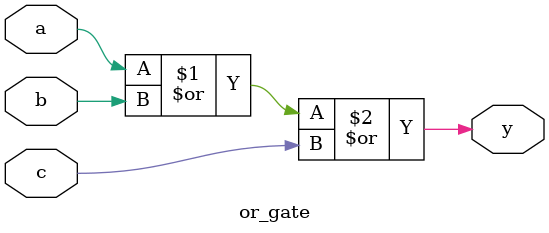
<source format=v>
module or_gate(a,b,c,y);
input a,b,c;
output y;

assign y= a|b|c;

endmodule
</source>
